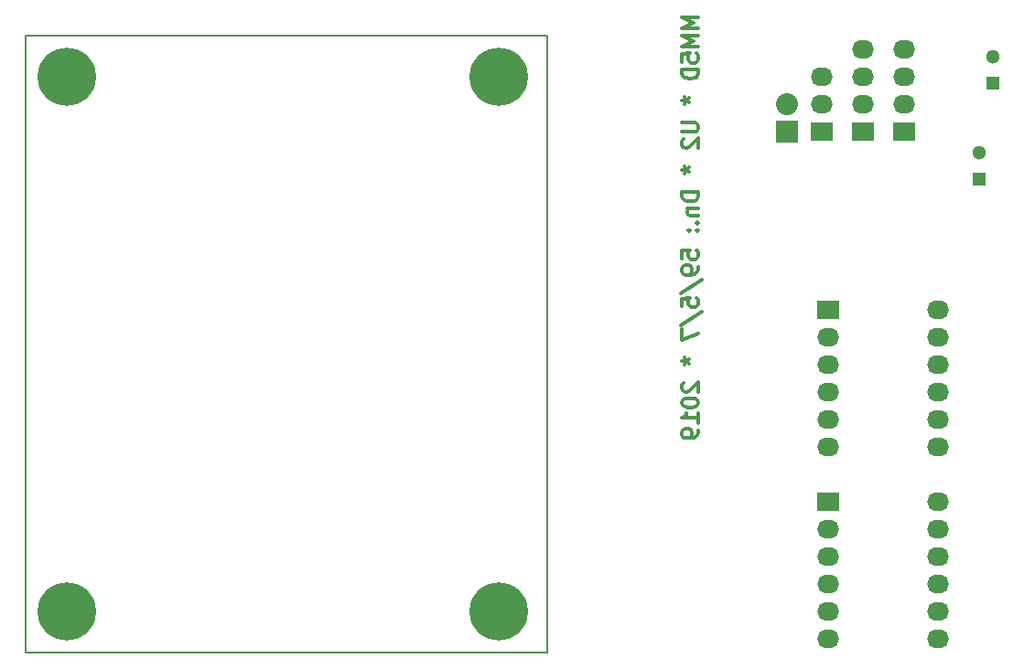
<source format=gbr>
G04 #@! TF.FileFunction,Copper,L2,Bot,Signal*
%FSLAX46Y46*%
G04 Gerber Fmt 4.6, Leading zero omitted, Abs format (unit mm)*
G04 Created by KiCad (PCBNEW 4.0.5+dfsg1-4) date Sat Oct  5 18:01:53 2019*
%MOMM*%
%LPD*%
G01*
G04 APERTURE LIST*
%ADD10C,0.150000*%
%ADD11C,0.300000*%
%ADD12C,1.300000*%
%ADD13R,1.300000X1.300000*%
%ADD14R,2.032000X1.727200*%
%ADD15O,2.032000X1.727200*%
%ADD16C,5.400000*%
%ADD17R,2.032000X2.032000*%
%ADD18O,2.032000X2.032000*%
G04 APERTURE END LIST*
D10*
X118110000Y-68580000D02*
X160020000Y-68580000D01*
X118110000Y-125730000D02*
X118110000Y-68580000D01*
X158115000Y-125730000D02*
X118110000Y-125730000D01*
X166370000Y-125730000D02*
X158115000Y-125730000D01*
X166370000Y-68580000D02*
X166370000Y-125730000D01*
X160020000Y-68580000D02*
X166370000Y-68580000D01*
X165100000Y-125730000D02*
X166370000Y-125730000D01*
X158115000Y-125730000D02*
X165100000Y-125730000D01*
D11*
X180383571Y-66895716D02*
X178883571Y-66895716D01*
X179955000Y-67395716D01*
X178883571Y-67895716D01*
X180383571Y-67895716D01*
X180383571Y-68610002D02*
X178883571Y-68610002D01*
X179955000Y-69110002D01*
X178883571Y-69610002D01*
X180383571Y-69610002D01*
X178883571Y-71038574D02*
X178883571Y-70324288D01*
X179597857Y-70252859D01*
X179526429Y-70324288D01*
X179455000Y-70467145D01*
X179455000Y-70824288D01*
X179526429Y-70967145D01*
X179597857Y-71038574D01*
X179740714Y-71110002D01*
X180097857Y-71110002D01*
X180240714Y-71038574D01*
X180312143Y-70967145D01*
X180383571Y-70824288D01*
X180383571Y-70467145D01*
X180312143Y-70324288D01*
X180240714Y-70252859D01*
X180383571Y-71752859D02*
X178883571Y-71752859D01*
X178883571Y-72110002D01*
X178955000Y-72324287D01*
X179097857Y-72467145D01*
X179240714Y-72538573D01*
X179526429Y-72610002D01*
X179740714Y-72610002D01*
X180026429Y-72538573D01*
X180169286Y-72467145D01*
X180312143Y-72324287D01*
X180383571Y-72110002D01*
X180383571Y-71752859D01*
X178883571Y-74610002D02*
X179240714Y-74610002D01*
X179097857Y-74252859D02*
X179240714Y-74610002D01*
X179097857Y-74967144D01*
X179526429Y-74395716D02*
X179240714Y-74610002D01*
X179526429Y-74824287D01*
X178883571Y-76681430D02*
X180097857Y-76681430D01*
X180240714Y-76752858D01*
X180312143Y-76824287D01*
X180383571Y-76967144D01*
X180383571Y-77252858D01*
X180312143Y-77395716D01*
X180240714Y-77467144D01*
X180097857Y-77538573D01*
X178883571Y-77538573D01*
X179026429Y-78181430D02*
X178955000Y-78252859D01*
X178883571Y-78395716D01*
X178883571Y-78752859D01*
X178955000Y-78895716D01*
X179026429Y-78967145D01*
X179169286Y-79038573D01*
X179312143Y-79038573D01*
X179526429Y-78967145D01*
X180383571Y-78110002D01*
X180383571Y-79038573D01*
X178883571Y-81038573D02*
X179240714Y-81038573D01*
X179097857Y-80681430D02*
X179240714Y-81038573D01*
X179097857Y-81395715D01*
X179526429Y-80824287D02*
X179240714Y-81038573D01*
X179526429Y-81252858D01*
X180383571Y-83110001D02*
X178883571Y-83110001D01*
X178883571Y-83467144D01*
X178955000Y-83681429D01*
X179097857Y-83824287D01*
X179240714Y-83895715D01*
X179526429Y-83967144D01*
X179740714Y-83967144D01*
X180026429Y-83895715D01*
X180169286Y-83824287D01*
X180312143Y-83681429D01*
X180383571Y-83467144D01*
X180383571Y-83110001D01*
X179383571Y-84610001D02*
X180383571Y-84610001D01*
X179526429Y-84610001D02*
X179455000Y-84681429D01*
X179383571Y-84824287D01*
X179383571Y-85038572D01*
X179455000Y-85181429D01*
X179597857Y-85252858D01*
X180383571Y-85252858D01*
X180240714Y-85967144D02*
X180312143Y-86038572D01*
X180383571Y-85967144D01*
X180312143Y-85895715D01*
X180240714Y-85967144D01*
X180383571Y-85967144D01*
X180240714Y-86681430D02*
X180312143Y-86752858D01*
X180383571Y-86681430D01*
X180312143Y-86610001D01*
X180240714Y-86681430D01*
X180383571Y-86681430D01*
X179455000Y-86681430D02*
X179526429Y-86752858D01*
X179597857Y-86681430D01*
X179526429Y-86610001D01*
X179455000Y-86681430D01*
X179597857Y-86681430D01*
X178883571Y-89252859D02*
X178883571Y-88538573D01*
X179597857Y-88467144D01*
X179526429Y-88538573D01*
X179455000Y-88681430D01*
X179455000Y-89038573D01*
X179526429Y-89181430D01*
X179597857Y-89252859D01*
X179740714Y-89324287D01*
X180097857Y-89324287D01*
X180240714Y-89252859D01*
X180312143Y-89181430D01*
X180383571Y-89038573D01*
X180383571Y-88681430D01*
X180312143Y-88538573D01*
X180240714Y-88467144D01*
X180383571Y-90038572D02*
X180383571Y-90324287D01*
X180312143Y-90467144D01*
X180240714Y-90538572D01*
X180026429Y-90681430D01*
X179740714Y-90752858D01*
X179169286Y-90752858D01*
X179026429Y-90681430D01*
X178955000Y-90610001D01*
X178883571Y-90467144D01*
X178883571Y-90181430D01*
X178955000Y-90038572D01*
X179026429Y-89967144D01*
X179169286Y-89895715D01*
X179526429Y-89895715D01*
X179669286Y-89967144D01*
X179740714Y-90038572D01*
X179812143Y-90181430D01*
X179812143Y-90467144D01*
X179740714Y-90610001D01*
X179669286Y-90681430D01*
X179526429Y-90752858D01*
X178812143Y-92467143D02*
X180740714Y-91181429D01*
X178883571Y-93681430D02*
X178883571Y-92967144D01*
X179597857Y-92895715D01*
X179526429Y-92967144D01*
X179455000Y-93110001D01*
X179455000Y-93467144D01*
X179526429Y-93610001D01*
X179597857Y-93681430D01*
X179740714Y-93752858D01*
X180097857Y-93752858D01*
X180240714Y-93681430D01*
X180312143Y-93610001D01*
X180383571Y-93467144D01*
X180383571Y-93110001D01*
X180312143Y-92967144D01*
X180240714Y-92895715D01*
X178812143Y-95467143D02*
X180740714Y-94181429D01*
X178883571Y-95824287D02*
X178883571Y-96824287D01*
X180383571Y-96181430D01*
X178883571Y-98752858D02*
X179240714Y-98752858D01*
X179097857Y-98395715D02*
X179240714Y-98752858D01*
X179097857Y-99110000D01*
X179526429Y-98538572D02*
X179240714Y-98752858D01*
X179526429Y-98967143D01*
X179026429Y-100752857D02*
X178955000Y-100824286D01*
X178883571Y-100967143D01*
X178883571Y-101324286D01*
X178955000Y-101467143D01*
X179026429Y-101538572D01*
X179169286Y-101610000D01*
X179312143Y-101610000D01*
X179526429Y-101538572D01*
X180383571Y-100681429D01*
X180383571Y-101610000D01*
X178883571Y-102538571D02*
X178883571Y-102681428D01*
X178955000Y-102824285D01*
X179026429Y-102895714D01*
X179169286Y-102967143D01*
X179455000Y-103038571D01*
X179812143Y-103038571D01*
X180097857Y-102967143D01*
X180240714Y-102895714D01*
X180312143Y-102824285D01*
X180383571Y-102681428D01*
X180383571Y-102538571D01*
X180312143Y-102395714D01*
X180240714Y-102324285D01*
X180097857Y-102252857D01*
X179812143Y-102181428D01*
X179455000Y-102181428D01*
X179169286Y-102252857D01*
X179026429Y-102324285D01*
X178955000Y-102395714D01*
X178883571Y-102538571D01*
X180383571Y-104467142D02*
X180383571Y-103609999D01*
X180383571Y-104038571D02*
X178883571Y-104038571D01*
X179097857Y-103895714D01*
X179240714Y-103752856D01*
X179312143Y-103609999D01*
X180383571Y-105181427D02*
X180383571Y-105467142D01*
X180312143Y-105609999D01*
X180240714Y-105681427D01*
X180026429Y-105824285D01*
X179740714Y-105895713D01*
X179169286Y-105895713D01*
X179026429Y-105824285D01*
X178955000Y-105752856D01*
X178883571Y-105609999D01*
X178883571Y-105324285D01*
X178955000Y-105181427D01*
X179026429Y-105109999D01*
X179169286Y-105038570D01*
X179526429Y-105038570D01*
X179669286Y-105109999D01*
X179740714Y-105181427D01*
X179812143Y-105324285D01*
X179812143Y-105609999D01*
X179740714Y-105752856D01*
X179669286Y-105824285D01*
X179526429Y-105895713D01*
D12*
X206375000Y-79415000D03*
D13*
X206375000Y-81915000D03*
D14*
X199390000Y-77470000D03*
D15*
X199390000Y-74930000D03*
X199390000Y-72390000D03*
X199390000Y-69850000D03*
D16*
X121920000Y-121920000D03*
X161925000Y-121920000D03*
X161925000Y-72390000D03*
X121920000Y-72390000D03*
D14*
X195580000Y-77470000D03*
D15*
X195580000Y-74930000D03*
X195580000Y-72390000D03*
X195580000Y-69850000D03*
D12*
X207645000Y-70525000D03*
D13*
X207645000Y-73025000D03*
D14*
X191770000Y-77470000D03*
D15*
X191770000Y-74930000D03*
X191770000Y-72390000D03*
D17*
X188595000Y-77470000D03*
D18*
X188595000Y-74930000D03*
D15*
X202565000Y-93980000D03*
X202565000Y-106680000D03*
X202565000Y-104140000D03*
X202565000Y-101600000D03*
X202565000Y-99060000D03*
X202565000Y-96520000D03*
D14*
X192405000Y-93980000D03*
D15*
X192405000Y-96520000D03*
X192405000Y-99060000D03*
X192405000Y-101600000D03*
X192405000Y-104140000D03*
X192405000Y-106680000D03*
X202565000Y-111760000D03*
X202565000Y-124460000D03*
X202565000Y-121920000D03*
X202565000Y-119380000D03*
X202565000Y-116840000D03*
X202565000Y-114300000D03*
D14*
X192405000Y-111760000D03*
D15*
X192405000Y-114300000D03*
X192405000Y-116840000D03*
X192405000Y-119380000D03*
X192405000Y-121920000D03*
X192405000Y-124460000D03*
M02*

</source>
